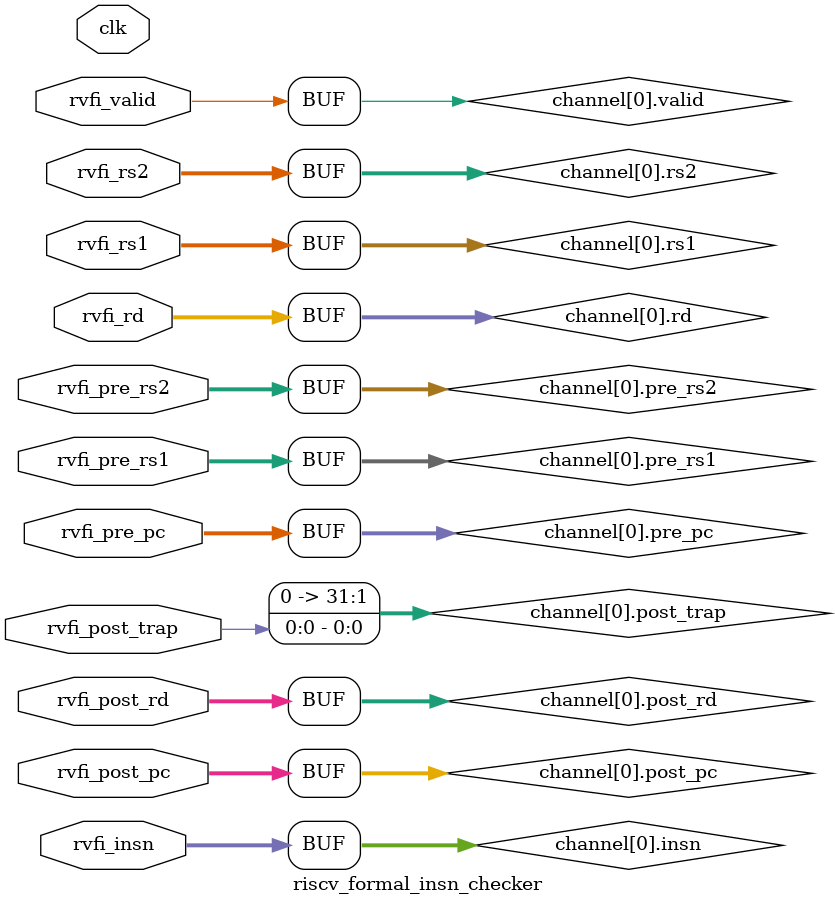
<source format=v>
module riscv_formal_insn_checker #(
	parameter integer XLEN = 32,
	parameter integer NRET = 1
) (
	input clk,
	input [NRET        - 1 : 0] rvfi_valid,
	input [NRET *    5 - 1 : 0] rvfi_rs1,
	input [NRET *    5 - 1 : 0] rvfi_rs2,
	input [NRET *    5 - 1 : 0] rvfi_rd,
	input [NRET *   32 - 1 : 0] rvfi_insn,
	input [NRET * XLEN - 1 : 0] rvfi_pre_pc,
	input [NRET * XLEN - 1 : 0] rvfi_pre_rs1,
	input [NRET * XLEN - 1 : 0] rvfi_pre_rs2,
	input [NRET * XLEN - 1 : 0] rvfi_post_pc,
	input [NRET * XLEN - 1 : 0] rvfi_post_rd,
	input [NRET        - 1 : 0] rvfi_post_trap
);
`ifdef CHANNEL_IDX
	localparam integer channel_idx = `CHANNEL_IDX;
`else
	genvar channel_idx;
	generate for (channel_idx = 0; channel_idx < NRET; channel_idx=channel_idx+1) begin:channel
`endif
		wire valid = rvfi_valid[channel_idx];
		wire [4:0] rs1 = rvfi_rs1[channel_idx*5 +: 5];
		wire [4:0] rs2 = rvfi_rs2[channel_idx*5 +: 5];
		wire [4:0] rd = rvfi_rd[channel_idx*5 +: 5];
		wire [31:0] insn = rvfi_insn[channel_idx*32 +: 32];
		wire [XLEN-1:0] pre_pc = rvfi_pre_pc[channel_idx*XLEN +: XLEN];
		wire [XLEN-1:0] pre_rs1 = rvfi_pre_rs1[channel_idx*XLEN +: XLEN];
		wire [XLEN-1:0] pre_rs2 = rvfi_pre_rs2[channel_idx*XLEN +: XLEN];
		wire [XLEN-1:0] post_pc = rvfi_post_pc[channel_idx*XLEN +: XLEN];
		wire [XLEN-1:0] post_rd = rvfi_post_rd[channel_idx*XLEN +: XLEN];
		wire [XLEN-1:0] post_trap = rvfi_post_trap[channel_idx*XLEN];
		`include `INSN_VH
`ifndef CHANNEL_IDX
	end endgenerate
`endif
endmodule

</source>
